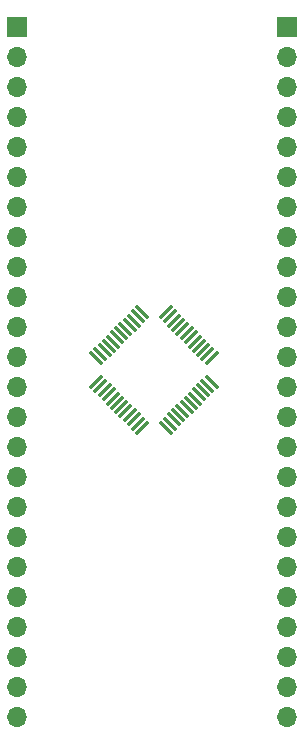
<source format=gbr>
%TF.GenerationSoftware,KiCad,Pcbnew,6.0.4-6f826c9f35~116~ubuntu21.10.1*%
%TF.CreationDate,2022-04-23T22:39:38+02:00*%
%TF.ProjectId,stm32f breakout,73746d33-3266-4206-9272-65616b6f7574,rev?*%
%TF.SameCoordinates,Original*%
%TF.FileFunction,Soldermask,Top*%
%TF.FilePolarity,Negative*%
%FSLAX46Y46*%
G04 Gerber Fmt 4.6, Leading zero omitted, Abs format (unit mm)*
G04 Created by KiCad (PCBNEW 6.0.4-6f826c9f35~116~ubuntu21.10.1) date 2022-04-23 22:39:38*
%MOMM*%
%LPD*%
G01*
G04 APERTURE LIST*
G04 Aperture macros list*
%AMRoundRect*
0 Rectangle with rounded corners*
0 $1 Rounding radius*
0 $2 $3 $4 $5 $6 $7 $8 $9 X,Y pos of 4 corners*
0 Add a 4 corners polygon primitive as box body*
4,1,4,$2,$3,$4,$5,$6,$7,$8,$9,$2,$3,0*
0 Add four circle primitives for the rounded corners*
1,1,$1+$1,$2,$3*
1,1,$1+$1,$4,$5*
1,1,$1+$1,$6,$7*
1,1,$1+$1,$8,$9*
0 Add four rect primitives between the rounded corners*
20,1,$1+$1,$2,$3,$4,$5,0*
20,1,$1+$1,$4,$5,$6,$7,0*
20,1,$1+$1,$6,$7,$8,$9,0*
20,1,$1+$1,$8,$9,$2,$3,0*%
G04 Aperture macros list end*
%ADD10R,1.700000X1.700000*%
%ADD11O,1.700000X1.700000*%
%ADD12RoundRect,0.075000X0.415425X-0.521491X0.521491X-0.415425X-0.415425X0.521491X-0.521491X0.415425X0*%
%ADD13RoundRect,0.075000X-0.415425X-0.521491X0.521491X0.415425X0.415425X0.521491X-0.521491X-0.415425X0*%
G04 APERTURE END LIST*
D10*
%TO.C,J2*%
X125222000Y-69596000D03*
D11*
X125222000Y-72136000D03*
X125222000Y-74676000D03*
X125222000Y-77216000D03*
X125222000Y-79756000D03*
X125222000Y-82296000D03*
X125222000Y-84836000D03*
X125222000Y-87376000D03*
X125222000Y-89916000D03*
X125222000Y-92456000D03*
X125222000Y-94996000D03*
X125222000Y-97536000D03*
X125222000Y-100076000D03*
X125222000Y-102616000D03*
X125222000Y-105156000D03*
X125222000Y-107696000D03*
X125222000Y-110236000D03*
X125222000Y-112776000D03*
X125222000Y-115316000D03*
X125222000Y-117856000D03*
X125222000Y-120396000D03*
X125222000Y-122936000D03*
X125222000Y-125476000D03*
X125222000Y-128016000D03*
%TD*%
%TO.C,J1*%
X148082000Y-128016000D03*
X148082000Y-125476000D03*
X148082000Y-122936000D03*
X148082000Y-120396000D03*
X148082000Y-117856000D03*
X148082000Y-115316000D03*
X148082000Y-112776000D03*
X148082000Y-110236000D03*
X148082000Y-107696000D03*
X148082000Y-105156000D03*
X148082000Y-102616000D03*
X148082000Y-100076000D03*
X148082000Y-97536000D03*
X148082000Y-94996000D03*
X148082000Y-92456000D03*
X148082000Y-89916000D03*
X148082000Y-87376000D03*
X148082000Y-84836000D03*
X148082000Y-82296000D03*
X148082000Y-79756000D03*
X148082000Y-77216000D03*
X148082000Y-74676000D03*
X148082000Y-72136000D03*
D10*
X148082000Y-69596000D03*
%TD*%
D12*
%TO.C,U1*%
X131901355Y-97625317D03*
X132254909Y-97271763D03*
X132608462Y-96918210D03*
X132962016Y-96564656D03*
X133315569Y-96211103D03*
X133669122Y-95857550D03*
X134022676Y-95503996D03*
X134376229Y-95150443D03*
X134729782Y-94796890D03*
X135083336Y-94443336D03*
X135436889Y-94089783D03*
X135790443Y-93736229D03*
D13*
X137788019Y-93736229D03*
X138141573Y-94089783D03*
X138495126Y-94443336D03*
X138848680Y-94796890D03*
X139202233Y-95150443D03*
X139555786Y-95503996D03*
X139909340Y-95857550D03*
X140262893Y-96211103D03*
X140616446Y-96564656D03*
X140970000Y-96918210D03*
X141323553Y-97271763D03*
X141677107Y-97625317D03*
D12*
X141677107Y-99622893D03*
X141323553Y-99976447D03*
X140970000Y-100330000D03*
X140616446Y-100683554D03*
X140262893Y-101037107D03*
X139909340Y-101390660D03*
X139555786Y-101744214D03*
X139202233Y-102097767D03*
X138848680Y-102451320D03*
X138495126Y-102804874D03*
X138141573Y-103158427D03*
X137788019Y-103511981D03*
D13*
X135790443Y-103511981D03*
X135436889Y-103158427D03*
X135083336Y-102804874D03*
X134729782Y-102451320D03*
X134376229Y-102097767D03*
X134022676Y-101744214D03*
X133669122Y-101390660D03*
X133315569Y-101037107D03*
X132962016Y-100683554D03*
X132608462Y-100330000D03*
X132254909Y-99976447D03*
X131901355Y-99622893D03*
%TD*%
M02*

</source>
